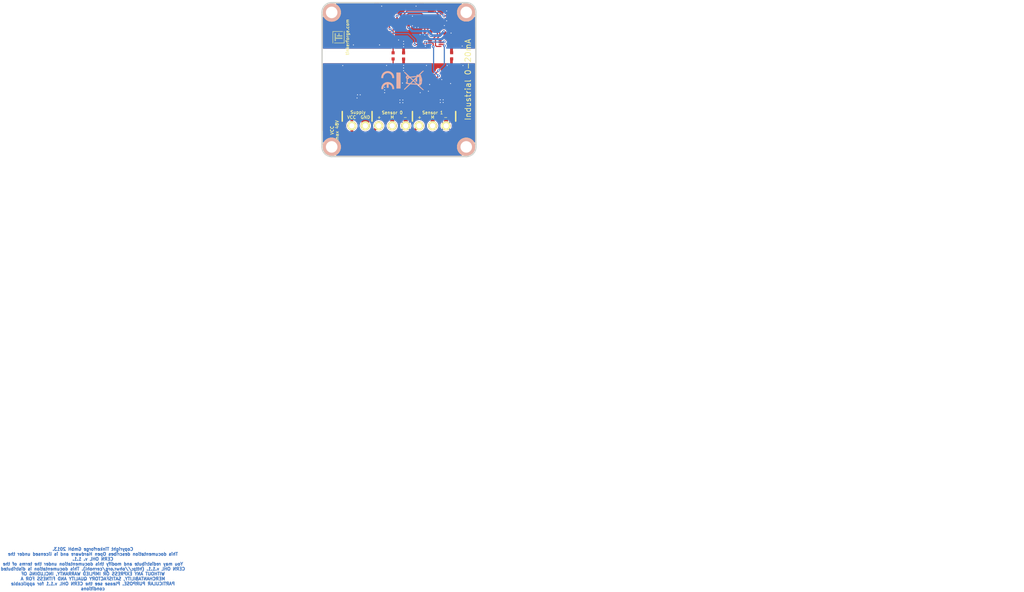
<source format=kicad_pcb>
(kicad_pcb (version 20221018) (generator pcbnew)
  (title_block (title "Industrial Dual 0-20mA Bricklet") (rev "1.0") (company "Tinkerforge GmbH") (comment 1 "Licensed under CERN OHL v.1.1") (comment 2 "Copyright (©) 2013, B.Nordmeyer <bastian@tinkerforge.com>"))
  (layers (0 "F.Cu" signal "Front") (31 "B.Cu" signal "Back") (34 "B.Paste" user) (35 "F.Paste" user) (36 "B.SilkS" user "B.Silkscreen") (37 "F.SilkS" user "F.Silkscreen") (38 "B.Mask" user) (39 "F.Mask" user) (44 "Edge.Cuts" user))
  (net 0 "")
  (net 1 "+3.3VP")
  (net 2 "3V3")
  (net 3 "AGND")
  (net 4 "GND")
  (net 5 "MEASURE")
  (net 6 "SCL")
  (net 7 "SCL2")
  (net 8 "SDA")
  (net 9 "SDA2")
  (net 10 "Net-(C5-Pad2)")
  (net 11 "Net-(C6-Pad2)")
  (net 12 "Net-(P1-Pad6)")
  (net 13 "Net-(P1-Pad7)")
  (net 14 "Net-(P1-Pad8)")
  (net 15 "Net-(P2-Pad2)")
  (net 16 "Net-(P2-Pad4)")
  (net 17 "Net-(P2-Pad7)")
  (net 18 "Net-(D1-Pad2)")
  (net 19 "Net-(P1-Pad1)")
  (net 20 "Net-(P1-Pad9)")
  (net 21 "Net-(P1-Pad10)")
  (net 22 "Net-(U1-Pad7)")
  (net 23 "Net-(U3-Pad10)")
  (footprint "kicad-libraries:Logo_31x31" (layer "F.Cu") (at 100.50018 48.60036 90)
    (fp_text reference "G***" hide)
    (fp_text value "Logo_31x31" hide)
  )
  (footprint "kicad-libraries:Fiducial_Mark" (layer "F.Cu") (at 136.3 44.05)
    (fp_text reference "Fiducial_Mark" hide)
    (fp_text value "VAL**" hide)
    (pad "1" smd circle (at 0 0) (size 1.00076 1.00076) (layers "F.Cu" "F.Paste" "F.Mask") (clearance 0.65024))
  )
  (footprint "kicad-libraries:Fiducial_Mark" (layer "F.Cu") (at 99.2 72.05)
    (fp_text reference "Fiducial_Mark" hide)
    (fp_text value "VAL**" hide)
    (pad "1" smd circle (at 0 0) (size 1.00076 1.00076) (layers "F.Cu" "F.Paste" "F.Mask") (clearance 0.65024))
  )
  (footprint "C0603" (layer "F.Cu") (at 125.30074 45.54982 180)
    (fp_text reference "C1")
    (fp_text value "100nF")
    (pad "1" smd rect (at -0.8001 0 180) (size 0.8001 0.8001) (layers "F.Cu" "F.Paste" "F.Mask") (net 2 "3V3"))
    (pad "2" smd rect (at 0.8001 0 180) (size 0.8001 0.8001) (layers "F.Cu" "F.Paste" "F.Mask") (net 4 "GND"))
  )
  (footprint "C0603" (layer "F.Cu") (at 132.25 54.475 180)
    (fp_text reference "C2")
    (fp_text value "1µF")
    (pad "1" smd rect (at -0.8001 0 180) (size 0.8001 0.8001) (layers "F.Cu" "F.Paste" "F.Mask") (net 3 "AGND"))
    (pad "2" smd rect (at 0.8001 0 180) (size 0.8001 0.8001) (layers "F.Cu" "F.Paste" "F.Mask") (net 1 "+3.3VP"))
  )
  (footprint "C0603" (layer "F.Cu") (at 132.275 49.3)
    (fp_text reference "C3")
    (fp_text value "100nF")
    (pad "1" smd rect (at -0.8001 0) (size 0.8001 0.8001) (layers "F.Cu" "F.Paste" "F.Mask") (net 2 "3V3"))
    (pad "2" smd rect (at 0.8001 0) (size 0.8001 0.8001) (layers "F.Cu" "F.Paste" "F.Mask") (net 4 "GND"))
  )
  (footprint "C0603" (layer "F.Cu") (at 130.2 59.9 90)
    (fp_text reference "C4")
    (fp_text value "100nF")
    (pad "1" smd rect (at -0.8001 0 90) (size 0.8001 0.8001) (layers "F.Cu" "F.Paste" "F.Mask") (net 1 "+3.3VP"))
    (pad "2" smd rect (at 0.8001 0 90) (size 0.8001 0.8001) (layers "F.Cu" "F.Paste" "F.Mask") (net 3 "AGND"))
  )
  (footprint "C0603" (layer "F.Cu") (at 120.25 58.95)
    (fp_text reference "C5")
    (fp_text value "100nF")
    (pad "1" smd rect (at -0.8001 0) (size 0.8001 0.8001) (layers "F.Cu" "F.Paste" "F.Mask") (net 3 "AGND"))
    (pad "2" smd rect (at 0.8001 0) (size 0.8001 0.8001) (layers "F.Cu" "F.Paste" "F.Mask") (net 10 "Net-(C5-Pad2)"))
  )
  (footprint "C0603" (layer "F.Cu") (at 120.35 63.45 90)
    (fp_text reference "C6")
    (fp_text value "100nF")
    (pad "1" smd rect (at -0.8001 0 90) (size 0.8001 0.8001) (layers "F.Cu" "F.Paste" "F.Mask") (net 3 "AGND"))
    (pad "2" smd rect (at 0.8001 0 90) (size 0.8001 0.8001) (layers "F.Cu" "F.Paste" "F.Mask") (net 11 "Net-(C6-Pad2)"))
  )
  (footprint "MiniMelf" (layer "F.Cu") (at 111.45 60.75)
    (fp_text reference "D1")
    (fp_text value "Z12V")
    (pad "1" smd rect (at 1.69926 0) (size 1.19888 1.6002) (layers "F.Cu" "F.Paste" "F.Mask") (net 3 "AGND"))
    (pad "2" smd rect (at -1.69926 0) (size 1.19888 1.6002) (layers "F.Cu" "F.Paste" "F.Mask") (net 18 "Net-(D1-Pad2)"))
  )
  (footprint "C0603" (layer "F.Cu") (at 131.5 51.85 90)
    (fp_text reference "FB1")
    (fp_text value "FB")
    (pad "1" smd rect (at -0.8001 0 90) (size 0.8001 0.8001) (layers "F.Cu" "F.Paste" "F.Mask") (net 1 "+3.3VP"))
    (pad "2" smd rect (at 0.8001 0 90) (size 0.8001 0.8001) (layers "F.Cu" "F.Paste" "F.Mask") (net 2 "3V3"))
  )
  (footprint "C0603" (layer "F.Cu") (at 119 51.9 90)
    (fp_text reference "FB2")
    (fp_text value "FB")
    (pad "1" smd rect (at -0.8001 0 90) (size 0.8001 0.8001) (layers "F.Cu" "F.Paste" "F.Mask") (net 3 "AGND"))
    (pad "2" smd rect (at 0.8001 0 90) (size 0.8001 0.8001) (layers "F.Cu" "F.Paste" "F.Mask") (net 4 "GND"))
  )
  (footprint "CON-SENSOR" (layer "F.Cu") (at 117.80012 38.0492 180)
    (fp_text reference "P1")
    (fp_text value "CON-SENSOR")
    (pad "1" smd rect (at -4.50088 -4.7752 180) (size 0.59944 1.5494) (layers "F.Cu" "F.Paste" "F.Mask") (net 19 "Net-(P1-Pad1)"))
    (pad "2" smd rect (at -3.50012 -4.7752 180) (size 0.59944 1.5494) (layers "F.Cu" "F.Paste" "F.Mask") (net 4 "GND"))
    (pad "3" smd rect (at -2.49936 -4.7752 180) (size 0.59944 1.5494) (layers "F.Cu" "F.Paste" "F.Mask") (net 2 "3V3"))
    (pad "4" smd rect (at -1.50114 -4.7752 180) (size 0.59944 1.5494) (layers "F.Cu" "F.Paste" "F.Mask") (net 6 "SCL"))
    (pad "5" smd rect (at -0.50038 -4.7752 180) (size 0.59944 1.5494) (layers "F.Cu" "F.Paste" "F.Mask") (net 8 "SDA"))
    (pad "6" smd rect (at 0.50038 -4.7752 180) (size 0.59944 1.5494) (layers "F.Cu" "F.Paste" "F.Mask") (net 12 "Net-(P1-Pad6)"))
    (pad "7" smd rect (at 1.50114 -4.7752 180) (size 0.59944 1.5494) (layers "F.Cu" "F.Paste" "F.Mask") (net 13 "Net-(P1-Pad7)"))
    (pad "8" smd rect (at 2.49936 -4.7752 180) (size 0.59944 1.5494) (layers "F.Cu" "F.Paste" "F.Mask") (net 14 "Net-(P1-Pad8)"))
    (pad "9" smd rect (at 3.50012 -4.7752 180) (size 0.59944 1.5494) (layers "F.Cu" "F.Paste" "F.Mask") (net 20 "Net-(P1-Pad9)"))
    (pad "10" smd rect (at 4.50088 -4.7752 180) (size 0.59944 1.5494) (layers "F.Cu" "F.Paste" "F.Mask") (net 21 "Net-(P1-Pad10)"))
    (pad "EP" smd rect (at -5.79882 -0.89916 180) (size 1.19888 1.80086) (layers "F.Cu" "F.Paste" "F.Mask") (net 4 "GND"))
    (pad "EP" smd rect (at 5.79882 -0.89916 180) (size 1.19888 1.80086) (layers "F.Cu" "F.Paste" "F.Mask") (net 4 "GND"))
  )
  (footprint "OQ_8P" (layer "F.Cu") (at 117.80012 70.05066)
    (fp_text reference "P2")
    (fp_text value "P-PWR-8GN")
    (pad "1" thru_hole circle (at -12.25042 0) (size 2.4003 2.4003) (drill 1.39954) (layers "*.Cu" "*.Mask" "F.SilkS") (net 5 "MEASURE"))
    (pad "2" thru_hole circle (at -8.7503 0) (size 2.4003 2.4003) (drill 1.39954) (layers "*.Cu" "*.Mask" "F.SilkS") (net 15 "Net-(P2-Pad2)"))
    (pad "3" thru_hole circle (at -5.25018 0) (size 2.4003 2.4003) (drill 1.39954) (layers "*.Cu" "*.Mask" "F.SilkS") (net 5 "MEASURE"))
    (pad "4" thru_hole circle (at -1.75006 0) (size 2.4003 2.4003) (drill 1.39954) (layers "*.Cu" "*.Mask" "F.SilkS") (net 16 "Net-(P2-Pad4)"))
    (pad "5" thru_hole circle (at 1.75006 0) (size 2.4003 2.4003) (drill 1.39954) (layers "*.Cu" "*.Mask" "F.SilkS") (net 3 "AGND"))
    (pad "6" thru_hole circle (at 5.25018 0) (size 2.4003 2.4003) (drill 1.39954) (layers "*.Cu" "*.Mask" "F.SilkS") (net 5 "MEASURE"))
    (pad "7" thru_hole circle (at 8.7503 0) (size 2.4003 2.4003) (drill 1.39954) (layers "*.Cu" "*.Mask" "F.SilkS") (net 17 "Net-(P2-Pad7)"))
    (pad "8" thru_hole circle (at 12.25042 0) (size 2.4003 2.4003) (drill 1.39954) (layers "*.Cu" "*.Mask" "F.SilkS") (net 3 "AGND"))
  )
  (footprint "SOT23GDS" (layer "F.Cu") (at 108.60024 63.84544)
    (fp_text reference "Q1")
    (fp_text value "FDN5630")
    (pad "D" smd rect (at 0 1.016) (size 0.9144 0.9144) (layers "F.Cu" "F.Paste" "F.Mask") (net 15 "Net-(P2-Pad2)"))
    (pad "G" smd rect (at 0.889 -1.016) (size 0.9144 0.9144) (layers "F.Cu" "F.Paste" "F.Mask") (net 18 "Net-(D1-Pad2)"))
    (pad "S" smd rect (at -0.889 -1.016) (size 0.9144 0.9144) (layers "F.Cu" "F.Paste" "F.Mask") (net 3 "AGND"))
  )
  (footprint "R0603" (layer "F.Cu") (at 117.075 48.975 180)
    (fp_text reference "R1")
    (fp_text value "1k")
    (pad "1" smd rect (at -0.8001 0 180) (size 0.8001 0.8001) (layers "F.Cu" "F.Paste" "F.Mask") (net 4 "GND"))
    (pad "2" smd rect (at 0.8001 0 180) (size 0.8001 0.8001) (layers "F.Cu" "F.Paste" "F.Mask") (net 13 "Net-(P1-Pad7)"))
  )
  (footprint "R0603" (layer "F.Cu") (at 116.275 51.875 90)
    (fp_text reference "R2")
    (fp_text value "6k8")
    (pad "1" smd rect (at -0.8001 0 90) (size 0.8001 0.8001) (layers "F.Cu" "F.Paste" "F.Mask") (net 5 "MEASURE"))
    (pad "2" smd rect (at 0.8001 0 90) (size 0.8001 0.8001) (layers "F.Cu" "F.Paste" "F.Mask") (net 13 "Net-(P1-Pad7)"))
  )
  (footprint "R0603" (layer "F.Cu") (at 123.3 48.125 -90)
    (fp_text reference "R3")
    (fp_text value "10k")
    (pad "1" smd rect (at -0.8001 0 270) (size 0.8001 0.8001) (layers "F.Cu" "F.Paste" "F.Mask") (net 4 "GND"))
    (pad "2" smd rect (at 0.8001 0 270) (size 0.8001 0.8001) (layers "F.Cu" "F.Paste" "F.Mask") (net 14 "Net-(P1-Pad8)"))
  )
  (footprint "R0603" (layer "F.Cu") (at 120.25122 60.39866 180)
    (fp_text reference "R4")
    (fp_text value "1k")
    (pad "1" smd rect (at -0.8001 0 180) (size 0.8001 0.8001) (layers "F.Cu" "F.Paste" "F.Mask") (net 10 "Net-(C5-Pad2)"))
    (pad "2" smd rect (at 0.8001 0 180) (size 0.8001 0.8001) (layers "F.Cu" "F.Paste" "F.Mask") (net 16 "Net-(P2-Pad4)"))
  )
  (footprint "R0603" (layer "F.Cu") (at 121.80062 63.4492 -90)
    (fp_text reference "R5")
    (fp_text value "1k")
    (pad "1" smd rect (at -0.8001 0 270) (size 0.8001 0.8001) (layers "F.Cu" "F.Paste" "F.Mask") (net 11 "Net-(C6-Pad2)"))
    (pad "2" smd rect (at 0.8001 0 270) (size 0.8001 0.8001) (layers "F.Cu" "F.Paste" "F.Mask") (net 17 "Net-(P2-Pad7)"))
  )
  (footprint "R0805" (layer "F.Cu") (at 128.30048 65.0494)
    (fp_text reference "R6")
    (fp_text value "91/25ppm")
    (pad "1" smd rect (at -1.00076 0) (size 1.00076 1.24968) (layers "F.Cu" "F.Paste" "F.Mask") (net 17 "Net-(P2-Pad7)") (clearance 0.14986))
    (pad "2" smd rect (at 1.00076 0) (size 1.00076 1.24968) (layers "F.Cu" "F.Paste" "F.Mask") (net 3 "AGND") (clearance 0.14986))
  )
  (footprint "R0805" (layer "F.Cu") (at 117.80012 65.0494)
    (fp_text reference "R7")
    (fp_text value "91/25ppm")
    (pad "1" smd rect (at -1.00076 0) (size 1.00076 1.24968) (layers "F.Cu" "F.Paste" "F.Mask") (net 16 "Net-(P2-Pad4)") (clearance 0.14986))
    (pad "2" smd rect (at 1.00076 0) (size 1.00076 1.24968) (layers "F.Cu" "F.Paste" "F.Mask") (net 3 "AGND") (clearance 0.14986))
  )
  (footprint "R0603" (layer "F.Cu") (at 107 60.75)
    (fp_text reference "R8")
    (fp_text value "100k")
    (pad "1" smd rect (at -0.8001 0) (size 0.8001 0.8001) (layers "F.Cu" "F.Paste" "F.Mask") (net 5 "MEASURE"))
    (pad "2" smd rect (at 0.8001 0) (size 0.8001 0.8001) (layers "F.Cu" "F.Paste" "F.Mask") (net 18 "Net-(D1-Pad2)"))
  )
  (footprint "SOIC8" (layer "F.Cu") (at 128.80086 42.1005 90)
    (fp_text reference "U1")
    (fp_text value "M24C64")
    (pad "1" smd rect (at -1.90246 2.69748 270) (size 0.59944 1.5494) (layers "F.Cu" "F.Paste" "F.Mask") (net 4 "GND"))
    (pad "2" smd rect (at -0.63246 2.69748 270) (size 0.59944 1.5494) (layers "F.Cu" "F.Paste" "F.Mask") (net 4 "GND"))
    (pad "3" smd rect (at 0.63246 2.69748 270) (size 0.59944 1.5494) (layers "F.Cu" "F.Paste" "F.Mask") (net 12 "Net-(P1-Pad6)"))
    (pad "4" smd rect (at 1.90246 2.69748 270) (size 0.59944 1.5494) (layers "F.Cu" "F.Paste" "F.Mask") (net 4 "GND"))
    (pad "5" smd rect (at 1.90246 -2.69748 90) (size 0.59944 1.5494) (layers "F.Cu" "F.Paste" "F.Mask") (net 8 "SDA"))
    (pad "6" smd rect (at 0.63246 -2.69748 90) (size 0.59944 1.5494) (layers "F.Cu" "F.Paste" "F.Mask") (net 6 "SCL"))
    (pad "7" smd rect (at -0.63246 -2.69748 90) (size 0.59944 1.5494) (layers "F.Cu" "F.Paste" "F.Mask") (net 22 "Net-(U1-Pad7)"))
    (pad "8" smd rect (at -1.90246 -2.69748 90) (size 0.59944 1.5494) (layers "F.Cu" "F.Paste" "F.Mask") (net 2 "3V3"))
  )
  (footprint "VSSOP8" (layer "F.Cu") (at 127.1 48.675 -90)
    (fp_text reference "U2")
    (fp_text value "NC7WB66K8X")
    (pad "1" smd rect (at -0.7493 1.37414 90) (size 0.29972 0.7493) (layers "F.Cu" "F.Paste" "F.Mask") (net 6 "SCL"))
    (pad "2" smd rect (at -0.24892 1.37414 90) (size 0.29972 0.7493) (layers "F.Cu" "F.Paste" "F.Mask") (net 7 "SCL2"))
    (pad "3" smd rect (at 0.24892 1.37414 90) (size 0.29972 0.7493) (layers "F.Cu" "F.Paste" "F.Mask") (net 14 "Net-(P1-Pad8)"))
    (pad "4" smd rect (at 0.7493 1.37414 90) (size 0.29972 0.7493) (layers "F.Cu" "F.Paste" "F.Mask") (net 4 "GND"))
    (pad "5" smd rect (at 0.7493 -1.37414 270) (size 0.29972 0.7493) (layers "F.Cu" "F.Paste" "F.Mask") (net 8 "SDA"))
    (pad "6" smd rect (at 0.24892 -1.37414 270) (size 0.29972 0.7493) (layers "F.Cu" "F.Paste" "F.Mask") (net 9 "SDA2"))
    (pad "7" smd rect (at -0.24892 -1.37414 270) (size 0.29972 0.7493) (layers "F.Cu" "F.Paste" "F.Mask") (net 14 "Net-(P1-Pad8)"))
    (pad "8" smd rect (at -0.7493 -1.37414 270) (size 0.29972 0.7493) (layers "F.Cu" "F.Paste" "F.Mask") (net 2 "3V3"))
  )
  (footprint "MSOP10-0.5" (layer "F.Cu") (at 126.45 59.825 -90)
    (fp_text reference "U3")
    (fp_text value "MCP3423")
    (pad "1" smd rect (at -1.016 2.2225 270) (size 0.26924 1.00076) (layers "F.Cu" "F.Paste" "F.Mask") (net 10 "Net-(C5-Pad2)"))
    (pad "2" smd rect (at -0.508 2.2225 270) (size 0.26924 1.00076) (layers "F.Cu" "F.Paste" "F.Mask") (net 3 "AGND"))
    (pad "3" smd rect (at 0 2.2225 270) (size 0.26924 1.00076) (layers "F.Cu" "F.Paste" "F.Mask") (net 3 "AGND"))
    (pad "4" smd rect (at 0.508 2.2225 270) (size 0.26924 1.00076) (layers "F.Cu" "F.Paste" "F.Mask") (net 11 "Net-(C6-Pad2)"))
    (pad "5" smd rect (at 1.016 2.2225 270) (size 0.26924 1.00076) (layers "F.Cu" "F.Paste" "F.Mask") (net 3 "AGND"))
    (pad "6" smd rect (at 1.016 -2.2225 270) (size 0.26924 1.00076) (layers "F.Cu" "F.Paste" "F.Mask") (net 1 "+3.3VP"))
    (pad "7" smd rect (at 0.508 -2.2225 270) (size 0.26924 1.00076) (layers "F.Cu" "F.Paste" "F.Mask") (net 9 "SDA2"))
    (pad "8" smd rect (at 0 -2.2225 270) (size 0.26924 1.00076) (layers "F.Cu" "F.Paste" "F.Mask") (net 7 "SCL2"))
    (pad "9" smd rect (at -0.508 -2.2225 270) (size 0.26924 1.00076) (layers "F.Cu" "F.Paste" "F.Mask") (net 3 "AGND"))
    (pad "10" smd rect (at -1.016 -2.2225 270) (size 0.26924 1.00076) (layers "F.Cu" "F.Paste" "F.Mask") (net 23 "Net-(U3-Pad10)"))
  )
  (footprint "DRILL_NP" (layer "F.Cu") (at 100.3 75.55)
    (fp_text reference "U4" hide)
    (fp_text value "DRILL" hide)
    (pad "" np_thru_hole circle (at 0 0) (size 2.99974 2.99974) (drill 2.99974) (layers "*.Cu" "*.Mask" "F.SilkS") (clearance 0.89916))
  )
  (footprint "DRILL_NP" (layer "F.Cu") (at 135.3 75.55)
    (fp_text reference "U5" hide)
    (fp_text value "DRILL" hide)
    (pad "" np_thru_hole circle (at 0 0) (size 2.99974 2.99974) (drill 2.99974) (layers "*.Cu" "*.Mask" "F.SilkS") (clearance 0.89916))
  )
  (footprint "DRILL_NP" (layer "F.Cu") (at 135.3 40.55)
    (fp_text reference "U6" hide)
    (fp_text value "DRILL" hide)
    (pad "" np_thru_hole circle (at 0 0) (size 2.99974 2.99974) (drill 2.99974) (layers "*.Cu" "*.Mask" "F.SilkS") (clearance 0.89916))
  )
  (footprint "DRILL_NP" (layer "F.Cu") (at 100.3 40.575)
    (fp_text reference "U7" hide)
    (fp_text value "DRILL" hide)
    (pad "" np_thru_hole circle (at 0 0) (size 2.99974 2.99974) (drill 2.99974) (layers "*.Cu" "*.Mask" "F.SilkS") (clearance 0.89916))
  )
  (footprint "kicad-libraries:CE_5mm" (layer "B.Cu") (at 114.875 58.225 -90)
    (fp_text reference "VAL" hide)
    (fp_text value "CE_5mm" hide)
  )
  (footprint "kicad-libraries:WEEE_7mm" (layer "B.Cu") (at 120.7 58.275 90)
    (fp_text reference "VAL" hide)
    (fp_text value "WEEE_7mm" hide)
  )
  (gr_line (start 110.79988 68.84924) (end 110.79988 66.34988) (stroke (width 0.381)) (layer "F.SilkS"))
  (gr_line (start 103.05034 68.84924) (end 103.05034 66.34988) (stroke (width 0.381)) (layer "F.SilkS"))
  (gr_line (start 132.5499 68.84924) (end 132.5499 66.34988) (stroke (width 0.381)) (layer "F.SilkS"))
  (gr_line (start 121.30024 68.84924) (end 121.30024 66.34988) (stroke (width 0.381)) (layer "F.SilkS"))
  (gr_arc (start 100.29952 78.04912) (mid 98.532206 77.317074) (end 97.80016 75.54976) (stroke (width 0.381)) (layer "Edge.Cuts"))
  (gr_line (start 137.80262 75.54976) (end 137.80262 40.5511) (stroke (width 0.381)) (layer "Edge.Cuts"))
  (gr_arc (start 137.80008 75.54976) (mid 137.06729 77.31887) (end 135.29818 78.05166) (stroke (width 0.381)) (layer "Edge.Cuts"))
  (gr_arc (start 97.80016 40.5511) (mid 98.532206 38.783786) (end 100.29952 38.05174) (stroke (width 0.381)) (layer "Edge.Cuts"))
  (gr_line (start 135.30072 38.0492) (end 100.29952 38.0492) (stroke (width 0.381)) (layer "Edge.Cuts"))
  (gr_arc (start 135.29818 38.0492) (mid 137.06729 38.78199) (end 137.80008 40.5511) (stroke (width 0.381)) (layer "Edge.Cuts"))
  (gr_line (start 100.29952 78.04912) (end 135.30072 78.04912) (stroke (width 0.381)) (layer "Edge.Cuts"))
  (gr_line (start 97.80016 40.5511) (end 97.80016 75.54976) (stroke (width 0.381)) (layer "Edge.Cuts"))
  (gr_text "Copyright Tinkerforge GmbH 2013.\nThis documentation describes Open Hardware and is licensed under the\nCERN OHL v. 1.1.\nYou may redistribute and modify this documentation under the terms of the\nCERN OHL v.1.1. (http://ohwr.org/cernohl). This documentation is distributed\nWITHOUT ANY EXPRESS OR IMPLIED WARRANTY, INCLUDING OF\nMERCHANTABILITY, SATISFACTORY QUALITY AND FITNESS FOR A\nPARTICULAR PURPOSE. Please see the CERN OHL v.1.1 for applicable\nconditions\n" (at 38.2 185.3) (layer "B.Cu") (effects (font (size 0.8 0.8) (thickness 0.2)) (justify mirror)))
  (gr_text "VCC  GND" (at 107.29976 67.84848) (layer "F.SilkS") (effects (font (size 0.8001 0.8001) (thickness 0.14986))))
  (gr_text "VCC\nmax 48V" (at 101.05136 71.24954 90) (layer "F.SilkS") (effects (font (size 0.8001 0.8001) (thickness 0.14986))))
  (gr_text "+    M    -" (at 126.55042 67.84848) (layer "F.SilkS") (effects (font (size 0.8001 0.8001) (thickness 0.14986))))
  (gr_text "+    M    -" (at 116.05006 67.84848) (layer "F.SilkS") (effects (font (size 0.8001 0.8001) (thickness 0.14986))))
  (gr_text "tinkerforge.com" (at 104.39908 47.00016 90) (layer "F.SilkS") (effects (font (size 0.8001 0.8001) (thickness 0.14986))))
  (gr_text "Industrial 0-20mA" (at 135.7503 58.04916 90) (layer "F.SilkS") (effects (font (size 1.50114 1.50114) (thickness 0.20066))))
  (gr_text "Sensor 0" (at 116.05006 66.6496) (layer "F.SilkS") (effects (font (size 0.8001 0.8001) (thickness 0.14986))))
  (gr_text "Sensor 1" (at 126.55042 66.6496) (layer "F.SilkS") (effects (font (size 0.8001 0.8001) (thickness 0.14986))))
  (gr_text "Supply" (at 107.1499 66.548) (layer "F.SilkS") (effects (font (size 0.8001 0.8001) (thickness 0.14986))))
  (segment (start 130.0591 60.841) (end 130.2 60.7001) (width 0.29972) (layer "F.Cu") (net 1))
  (segment (start 131.3749 60.7001) (end 132.025 60.05) (width 0.29972) (layer "F.Cu") (net 1))
  (segment (start 132.025 60.05) (end 132.025 56.25) (width 0.29972) (layer "F.Cu") (net 1))
  (segment (start 132.025 56.25) (end 131.475 55.7) (width 0.29972) (layer "F.Cu") (net 1))
  (segment (start 131.475 55.7) (end 131.475 52.6251) (width 0.29972) (layer "F.Cu") (net 1))
  (segment (start 131.4499 52.6502) (end 131.475 52.6251) (width 0.70104) (layer "F.Cu") (net 1))
  (segment (start 131.4499 54.475) (end 131.4499 52.6502) (width 0.70104) (layer "F.Cu") (net 1))
  (segment (start 130.2 60.7001) (end 131.3749 60.7001) (width 0.29972) (layer "F.Cu") (net 1))
  (segment (start 128.6725 60.841) (end 130.0591 60.841) (width 0.29972) (layer "F.Cu") (net 1))
  (segment (start 128.6742 47.9257) (end 129.7249 46.875) (width 0.29972) (layer "F.Cu") (net 2))
  (segment (start 129.7249 45.8249) (end 129.475 45.575) (width 0.70104) (layer "F.Cu") (net 2))
  (segment (start 131.475 48.825) (end 129.7249 47.0749) (width 0.70104) (layer "F.Cu") (net 2))
  (segment (start 129.7249 47.0749) (end 129.7249 46.875) (width 0.70104) (layer "F.Cu") (net 2))
  (segment (start 131.475 49.3001) (end 131.4749 49.3) (width 0.70104) (layer "F.Cu") (net 2))
  (segment (start 131.475 51.0249) (end 131.475 48.825) (width 0.70104) (layer "F.Cu") (net 2))
  (segment (start 126.10338 44.00296) (end 126.10338 45.54728) (width 0.29972) (layer "F.Cu") (net 2))
  (segment (start 126.10338 45.54728) (end 126.10084 45.54982) (width 0.29972) (layer "F.Cu") (net 2))
  (segment (start 128.47414 47.9257) (end 128.6742 47.9257) (width 0.29972) (layer "F.Cu") (net 2))
  (segment (start 120.29948 44.49826) (end 120.29948 42.8244) (width 0.70104) (layer "F.Cu") (net 2))
  (segment (start 126.10084 46.59884) (end 126.10084 45.54982) (width 0.29972) (layer "F.Cu") (net 2))
  (segment (start 129.7249 46.875) (end 129.7249 45.8249) (width 0.70104) (layer "F.Cu") (net 2))
  (segment (start 131.475 51.0249) (end 131.475 49.3001) (width 0.70104) (layer "F.Cu") (net 2))
  (via (at 126.10084 46.59884) (size 0.70104) (drill 0.24892) (layers "F.Cu" "B.Cu") (net 2))
  (via (at 129.475 45.575) (size 0.70104) (drill 0.24892) (layers "F.Cu" "B.Cu") (net 2))
  (via (at 120.29948 44.49826) (size 0.70104) (drill 0.24892) (layers "F.Cu" "B.Cu") (net 2))
  (segment (start 129.475 45.575) (end 128.45116 46.59884) (width 0.70104) (layer "B.Cu") (net 2))
  (segment (start 128.45116 46.59884) (end 126.10084 46.59884) (width 0.70104) (layer "B.Cu") (net 2))
  (segment (start 126.10084 46.59884) (end 126.10084 46.14926) (width 0.70104) (layer "B.Cu") (net 2))
  (segment (start 125.40234 45.45076) (end 121.25198 45.45076) (width 0.70104) (layer "B.Cu") (net 2))
  (segment (start 121.25198 45.45076) (end 120.29948 44.49826) (width 0.70104) (layer "B.Cu") (net 2))
  (segment (start 126.10084 46.14926) (end 125.40234 45.45076) (width 0.70104) (layer "B.Cu") (net 2))
  (segment (start 129.9829 59.317) (end 130.2 59.0999) (width 0.29972) (layer "F.Cu") (net 3))
  (segment (start 128.6725 58.3025) (end 128.925 58.05) (width 0.29972) (layer "F.Cu") (net 3))
  (segment (start 131.2001 59.0999) (end 131.225 59.075) (width 0.29972) (layer "F.Cu") (net 3))
  (segment (start 125.767 59.317) (end 125.775 59.325) (width 0.29972) (layer "F.Cu") (net 3))
  (segment (start 125.216 60.841) (end 125.45 61.075) (width 0.29972) (layer "F.Cu") (net 3))
  (segment (start 123.083 59.317) (end 122.85 59.55) (width 0.29972) (layer "F.Cu") (net 3))
  (segment (start 123.934 60.841) (end 123.325 61.45) (width 0.29972) (layer "F.Cu") (net 3))
  (segment (start 118.04904 63.35096) (end 118.05 63.35) (width 0.70104) (layer "F.Cu") (net 3))
  (segment (start 118.80088 63.35088) (end 118.8 63.35) (width 0.70104) (layer "F.Cu") (net 3))
  (segment (start 129.30124 63.30124) (end 129.3 63.3) (width 0.70104) (layer "F.Cu") (net 3))
  (segment (start 128.5494 63.3006) (end 128.55 63.3) (width 0.70104) (layer "F.Cu") (net 3))
  (segment (start 124.9 54.325) (end 124.95 54.375) (width 0.29972) (layer "F.Cu") (net 3))
  (segment (start 130.325 54.375) (end 130.35 54.4) (width 0.29972) (layer "F.Cu") (net 3))
  (segment (start 107.71124 62.01376) (end 107.725 62) (width 0.70104) (layer "F.Cu") (net 3))
  (segment (start 106.90444 62.82944) (end 106.9 62.825) (width 0.70104) (layer "F.Cu") (net 3))
  (segment (start 133.1251 54.4) (end 133.0501 54.475) (width 0.70104) (layer "F.Cu") (net 3))
  (segment (start 130.8 58.05) (end 131.225 58.475) (width 0.14986) (layer "F.Cu") (net 3))
  (segment (start 131.225 58.475) (end 131.225 59.075) (width 0.14986) (layer "F.Cu") (net 3))
  (segment (start 120.35028 64.2493) (end 119.60098 64.2493) (width 0.70104) (layer "F.Cu") (net 3))
  (segment (start 124.2275 59.317) (end 123.083 59.317) (width 0.29972) (layer "F.Cu") (net 3))
  (segment (start 114.075 60.75) (end 114.075 61.45) (width 0.70104) (layer "F.Cu") (net 3))
  (segment (start 119.55018 65.7987) (end 118.80088 65.0494) (width 1.00076) (layer "F.Cu") (net 3))
  (segment (start 130.05054 70.05066) (end 130.05054 65.7987) (width 1.00076) (layer "F.Cu") (net 3))
  (segment (start 134.45 54.4) (end 133.1251 54.4) (width 0.70104) (layer "F.Cu") (net 3))
  (segment (start 114.075 60.05) (end 114.075 60.75) (width 0.70104) (layer "F.Cu") (net 3))
  (segment (start 129.30124 64.00038) (end 129.30124 63.30124) (width 0.70104) (layer "F.Cu") (net 3))
  (segment (start 106.90444 62.82944) (end 107.71124 62.82944) (width 0.70104) (layer "F.Cu") (net 3))
  (segment (start 130.05054 65.7987) (end 129.30124 65.0494) (width 1.00076) (layer "F.Cu") (net 3))
  (segment (start 124.2275 60.841) (end 125.216 60.841) (width 0.29972) (layer "F.Cu") (net 3))
  (segment (start 119 55.025) (end 119 54.325) (width 0.70104) (layer "F.Cu") (net 3))
  (segment (start 128.5494 64.00038) (end 129.30124 64.00038) (width 0.70104) (layer "F.Cu") (net 3))
  (segment (start 124.95 54.375) (end 130.325 54.375) (width 0.29972) (layer "F.Cu") (net 3))
  (segment (start 131.2001 59.0999) (end 130.2 59.0999) (width 0.29972) (layer "F.Cu") (net 3))
  (segment (start 124.2275 60.841) (end 123.934 60.841) (width 0.29972) (layer "F.Cu") (net 3))
  (segment (start 107.71124 62.01376) (end 107.71124 62.82944) (width 0.70104) (layer "F.Cu") (net 3))
  (segment (start 119 55.725) (end 119 55.025) (width 0.70104) (layer "F.Cu") (net 3))
  (segment (start 129.30124 65.0494) (end 129.30124 64.00038) (width 0.70104) (layer "F.Cu") (net 3))
  (segment (start 128.5494 64.00038) (end 128.5494 63.3006) (width 0.70104) (layer "F.Cu") (net 3))
  (segment (start 128.6725 59.317) (end 129.9829 59.317) (width 0.29972) (layer "F.Cu") (net 3))
  (segment (start 118.80088 64.04864) (end 118.04904 64.04864) (width 0.70104) (layer "F.Cu") (net 3))
  (segment (start 124.9 54.325) (end 119 54.325) (width 0.29972) (layer "F.Cu") (net 3))
  (segment (start 124.2275 59.317) (end 125.767 59.317) (width 0.29972) (layer "F.Cu") (net 3))
  (segment (start 124.2275 59.825) (end 124.2275 59.317) (width 0.29972) (layer "F.Cu") (net 3))
  (segment (start 107.025 62) (end 107.725 62) (width 0.70104) (layer "F.Cu") (net 3))
  (segment (start 119.60098 64.2493) (end 118.80088 65.0494) (width 0.70104) (layer "F.Cu") (net 3))
  (segment (start 118.80088 64.04864) (end 118.80088 63.35088) (width 0.70104) (layer "F.Cu") (net 3))
  (segment (start 118.04904 64.04864) (end 118.04904 63.35096) (width 0.70104) (layer "F.Cu") (net 3))
  (segment (start 119.55018 70.05066) (end 119.55018 65.7987) (width 1.00076) (layer "F.Cu") (net 3))
  (segment (start 114.075 60.75) (end 113.12426 60.75) (width 0.70104) (layer "F.Cu") (net 3))
  (segment (start 118.80088 65.0494) (end 118.80088 64.04864) (width 0.70104) (layer "F.Cu") (net 3))
  (segment (start 119 54.325) (end 119 52.6751) (width 0.70104) (layer "F.Cu") (net 3))
  (segment (start 119.4499 58.95) (end 118.7 58.95) (width 0.70104) (layer "F.Cu") (net 3))
  (segment (start 128.925 58.05) (end 130.8 58.05) (width 0.14986) (layer "F.Cu") (net 3))
  (via (at 130.35 54.4) (size 0.70104) (drill 0.24892) (layers "F.Cu" "B.Cu") (net 3))
  (via (at 125.775 59.325) (size 0.70104) (drill 0.24892) (layers "F.Cu" "B.Cu") (net 3))
  (via (at 114.575 54.375) (size 0.70104) (drill 0.24892) (layers "F.Cu" "B.Cu") (net 3))
  (via (at 128.55 63.3) (size 0.70104) (drill 0.24892) (layers "F.Cu" "B.Cu") (net 3))
  (via (at 118.80088 64.04864) (size 0.70104) (drill 0.24892) (layers "F.Cu" "B.Cu") (net 3))
  (via (at 119 54.325) (size 0.70104) (drill 0.24892) (layers "F.Cu" "B.Cu") (net 3))
  (via (at 129.30124 64.00038) (size 0.70104) (drill 0.24892) (layers "F.Cu" "B.Cu") (net 3))
  (via (at 114.075 61.45) (size 0.70104) (drill 0.24892) (layers "F.Cu" "B.Cu") (net 3))
  (via (at 119 55.025) (size 0.70104) (drill 0.24892) (layers "F.Cu" "B.Cu") (net 3))
  (via (at 114.075 60.75) (size 0.70104) (drill 0.24892) (layers "F.Cu" "B.Cu") (net 3))
  (via (at 107.725 62) (size 0.70104) (drill 0.24892) (layers "F.Cu" "B.Cu") (net 3))
  (via (at 131.225 59.075) (size 0.70104) (drill 0.24892) (layers "F.Cu" "B.Cu") (net 3))
  (via (at 103.175 54.4) (size 0.70104) (drill 0.24892) (layers "F.Cu" "B.Cu") (net 3))
  (via (at 118.05 63.35) (size 0.70104) (drill 0.24892) (layers "F.Cu" "B.Cu") (net 3))
  (via (at 119 55.725) (size 0.70104) (drill 0.24892) (layers "F.Cu" "B.Cu") (net 3))
  (via (at 122.85 59.55) (size 0.70104) (drill 0.24892) (layers "F.Cu" "B.Cu") (net 3))
  (via (at 106.9 62.825) (size 0.70104) (drill 0.24892) (layers "F.Cu" "B.Cu") (net 3))
  (via (at 123.325 61.45) (size 0.70104) (drill 0.24892) (layers "F.Cu" "B.Cu") (net 3))
  (via (at 114.075 60.05) (size 0.70104) (drill 0.24892) (layers "F.Cu" "B.Cu") (net 3))
  (via (at 118.8 63.35) (size 0.70104) (drill 0.24892) (layers "F.Cu" "B.Cu") (net 3))
  (via (at 107.025 62) (size 0.70104) (drill 0.24892) (layers "F.Cu" "B.Cu") (net 3))
  (via (at 129.3 63.3) (size 0.70104) (drill 0.24892) (layers "F.Cu" "B.Cu") (net 3))
  (via (at 125.45 61.075) (size 0.70104) (drill 0.24892) (layers "F.Cu" "B.Cu") (net 3))
  (via (at 118.04904 64.04864) (size 0.70104) (drill 0.24892) (layers "F.Cu" "B.Cu") (net 3))
  (via (at 124.95 54.375) (size 0.70104) (drill 0.24892) (layers "F.Cu" "B.Cu") (net 3))
  (via (at 134.45 54.4) (size 0.70104) (drill 0.24892) (layers "F.Cu" "B.Cu") (net 3))
  (via (at 118.7 58.95) (size 0.70104) (drill 0.24892) (layers "F.Cu" "B.Cu") (net 3))
  (via (at 128.925 58.05) (size 0.70104) (drill 0.24892) (layers "F.Cu" "B.Cu") (net 3))
  (via (at 128.5494 64.00038) (size 0.70104) (drill 0.24892) (layers "F.Cu" "B.Cu") (net 3))
  (segment (start 118.80088 64.04864) (end 118.8 64.04952) (width 0.70104) (layer "B.Cu") (net 3))
  (segment (start 118.8 64.04952) (end 118.8 64.05) (width 0.70104) (layer "B.Cu") (net 3))
  (segment (start 129.30124 64.00038) (end 129.30086 64) (width 0.70104) (layer "B.Cu") (net 3))
  (segment (start 129.30086 64) (end 129.3 64) (width 0.70104) (layer "B.Cu") (net 3))
  (segment (start 114.625 54.325) (end 114.575 54.375) (width 0.29972) (layer "B.Cu") (net 3))
  (segment (start 103.2 54.375) (end 103.175 54.4) (width 0.29972) (layer "B.Cu") (net 3))
  (segment (start 115.175 58.95) (end 114.075 60.05) (width 0.29972) (layer "B.Cu") (net 3))
  (segment (start 121.2 61.45) (end 118.7 58.95) (width 0.29972) (layer "B.Cu") (net 3))
  (segment (start 128.55 58.425) (end 128.925 58.05) (width 0.29972) (layer "B.Cu") (net 3))
  (segment (start 130.35 56.625) (end 128.925 58.05) (width 0.29972) (layer "B.Cu") (net 3))
  (segment (start 112.7 62.825) (end 114.075 61.45) (width 0.50038) (layer "B.Cu") (net 3))
  (segment (start 118.8 59.05) (end 118.7 58.95) (width 0.50038) (layer "B.Cu") (net 3))
  (segment (start 127.425 59.55) (end 128.925 58.05) (width 0.50038) (layer "B.Cu") (net 3))
  (segment (start 123.325 61.45) (end 121.2 61.45) (width 0.29972) (layer "B.Cu") (net 3))
  (segment (start 118.7 58.95) (end 115.175 58.95) (width 0.29972) (layer "B.Cu") (net 3))
  (segment (start 130.35 54.4) (end 130.35 56.625) (width 0.29972) (layer "B.Cu") (net 3))
  (segment (start 128.55 63.3) (end 128.55 58.425) (width 0.29972) (layer "B.Cu") (net 3))
  (segment (start 119 54.325) (end 114.625 54.325) (width 0.29972) (layer "B.Cu") (net 3))
  (segment (start 114.575 54.375) (end 103.2 54.375) (width 0.29972) (layer "B.Cu") (net 3))
  (segment (start 118.8 63.35) (end 118.8 59.05) (width 0.50038) (layer "B.Cu") (net 3))
  (segment (start 130.35 54.4) (end 134.45 54.4) (width 0.29972) (layer "B.Cu") (net 3))
  (segment (start 122.85 59.55) (end 127.425 59.55) (width 0.50038) (layer "B.Cu") (net 3))
  (segment (start 106.9 62.825) (end 112.7 62.825) (width 0.50038) (layer "B.Cu") (net 3))
  (segment (start 124.50064 46.47436) (end 124.5 46.475) (width 0.29972) (layer "F.Cu") (net 4))
  (segment (start 131.3251 45.9749) (end 131.35 45.95) (width 0.29972) (layer "F.Cu") (net 4))
  (segment (start 131.85 46.875) (end 134.25 49.275) (width 0.29972) (layer "F.Cu") (net 4))
  (segment (start 134.25 49.275) (end 134.25 49.325) (width 0.29972) (layer "F.Cu") (net 4))
  (segment (start 118.0501 48.8) (end 117.8751 48.975) (width 0.29972) (layer "F.Cu") (net 4))
  (segment (start 117.8751 47.9251) (end 117.7 47.75) (width 0.29972) (layer "F.Cu") (net 4))
  (segment (start 124.6993 49.4243) (end 124.675 49.4) (width 0.29972) (layer "F.Cu") (net 4))
  (segment (start 123.3 44.99688) (end 122.80138 44.49826) (width 0.29972) (layer "F.Cu") (net 4))
  (segment (start 133.1251 49.325) (end 133.1001 49.3) (width 0.70104) (layer "F.Cu") (net 4))
  (segment (start 130.21564 42.73296) (end 131.49834 42.73296) (width 0.29972) (layer "F.Cu") (net 4))
  (segment (start 113.29924 38.94836) (end 112.0013 38.94836) (width 0.70104) (layer "F.Cu") (net 4))
  (segment (start 119 48.8) (end 119 49.5) (width 0.70104) (layer "F.Cu") (net 4))
  (segment (start 119 48.8) (end 118.0501 48.8) (width 0.29972) (layer "F.Cu") (net 4))
  (segment (start 124.50064 46.47436) (end 124.50064 45.54982) (width 0.29972) (layer "F.Cu") (net 4))
  (segment (start 131.3251 46.875) (end 131.3251 45.9749) (width 0.29972) (layer "F.Cu") (net 4))
  (segment (start 129.60604 44.00296) (end 129.60096 43.99788) (width 0.29972) (layer "F.Cu") (net 4))
  (segment (start 121.69902 44.49826) (end 122.04954 44.49826) (width 0.70104) (layer "F.Cu") (net 4))
  (segment (start 119 49.5) (end 119 51.0749) (width 0.70104) (layer "F.Cu") (net 4))
  (segment (start 121.30024 41.54932) (end 121.30024 41.5036) (width 0.70104) (layer "F.Cu") (net 4))
  (segment (start 121.30024 44.04868) (end 121.30024 42.8244) (width 0.70104) (layer "F.Cu") (net 4))
  (segment (start 130.21564 42.73296) (end 130.2004 42.7482) (width 0.29972) (layer "F.Cu") (net 4))
  (segment (start 123.59894 38.94836) (end 122.2502 38.94836) (width 0.70104) (layer "F.Cu") (net 4))
  (segment (start 121.30024 44.04868) (end 121.30024 44.09948) (width 0.70104) (layer "F.Cu") (net 4))
  (segment (start 125.72586 49.4243) (end 124.6993 49.4243) (width 0.29972) (layer "F.Cu") (net 4))
  (segment (start 121.30024 42.8244) (end 121.30024 41.5036) (width 0.70104) (layer "F.Cu") (net 4))
  (segment (start 131.3251 46.875) (end 131.85 46.875) (width 0.29972) (layer "F.Cu") (net 4))
  (segment (start 131.49834 44.00296) (end 129.60604 44.00296) (width 0.29972) (layer "F.Cu") (net 4))
  (segment (start 119 48.1) (end 119 48.8) (width 0.70104) (layer "F.Cu") (net 4))
  (segment (start 121.30024 41.5036) (end 121.30024 41.54932) (width 0.70104) (layer "F.Cu") (net 4))
  (segment (start 122.80138 44.49826) (end 122.04954 44.49826) (width 0.70104) (layer "F.Cu") (net 4))
  (segment (start 123.3 46.35) (end 123.3 44.99688) (width 0.29972) (layer "F.Cu") (net 4))
  (segment (start 123.3 47.3249) (end 123.3 46.35) (width 0.29972) (layer "F.Cu") (net 4))
  (segment (start 117.8751 47.9251) (end 117.8751 48.975) (width 0.29972) (layer "F.Cu") (net 4))
  (segment (start 121.30024 44.09948) (end 121.69902 44.49826) (width 0.70104) (layer "F.Cu") (net 4))
  (segment (start 134.25 49.325) (end 133.1251 49.325) (width 0.70104) (layer "F.Cu") (net 4))
  (segment (start 130.2004 40.19804) (end 131.49834 40.19804) (width 0.29972) (layer "F.Cu") (net 4))
  (via (at 129.60096 43.99788) (size 0.70104) (drill 0.24892) (layers "F.Cu" "B.Cu") (net 4))
  (via (at 124.675 49.4) (size 0.70104) (drill 0.24892) (layers "F.Cu" "B.Cu") (net 4))
  (via (at 130.2004 42.7482) (size 0.70104) (drill 0.24892) (layers "F.Cu" "B.Cu") (net 4))
  (via (at 113.29924 38.94836) (size 0.70104) (drill 0.24892) (layers "F.Cu" "B.Cu") (net 4))
  (via (at 122.2502 38.94836) (size 0.70104) (drill 0.24892) (layers "F.Cu" "B.Cu") (net 4))
  (via (at 112.75 49.025) (size 0.70104) (drill 0.24892) (layers "F.Cu" "B.Cu") (net 4))
  (via (at 119 48.1) (size 0.70104) (drill 0.24892) (layers "F.Cu" "B.Cu") (net 4))
  (via (at 124.5 46.475) (size 0.70104) (drill 0.24892) (layers "F.Cu" "B.Cu") (net 4))
  (via (at 123.3 46.35) (size 0.70104) (drill 0.24892) (layers "F.Cu" "B.Cu") (net 4))
  (via (at 134.25 49.325) (size 0.70104) (drill 0.24892) (layers "F.Cu" "B.Cu") (net 4))
  (via (at 130.2004 40.19804) (size 0.70104) (drill 0.24892) (layers "F.Cu" "B.Cu") (net 4))
  (via (at 119 49.5) (size 0.70104) (drill 0.24892) (layers "F.Cu" "B.Cu") (net 4))
  (via (at 122.04954 44.49826) (size 0.70104) (drill 0.24892) (layers "F.Cu" "B.Cu") (net 4))
  (via (at 122.80138 44.49826) (size 0.70104) (drill 0.24892) (layers "F.Cu" "B.Cu") (net 4))
  (via (at 131.35 45.95) (size 0.70104) (drill 0.24892) (layers "F.Cu" "B.Cu") (net 4))
  (via (at 121.30024 41.54932) (size 0.70104) (drill 0.24892) (layers "F.Cu" "B.Cu") (net 4))
  (via (at 105.95 49.025) (size 0.70104) (drill 0.24892) (layers "F.Cu" "B.Cu") (net 4))
  (via (at 117.7 47.75) (size 0.70104) (drill 0.24892) (layers "F.Cu" "B.Cu") (net 4))
  (via (at 119 48.8) (size 0.70104) (drill 0.24892) (layers "F.Cu" "B.Cu") (net 4))
  (via (at 121.30024 44.04868) (size 0.70104) (drill 0.24892) (layers "F.Cu" "B.Cu") (net 4))
  (segment (start 126.92432 41.54932) (end 129.37288 43.99788) (width 0.50038) (layer "B.Cu") (net 4))
  (segment (start 129.37288 43.99788) (end 129.60096 43.99788) (width 0.50038) (layer "B.Cu") (net 4))
  (segment (start 114.025 47.75) (end 112.75 49.025) (width 0.29972) (layer "B.Cu") (net 4))
  (segment (start 124.375 46.35) (end 124.5 46.475) (width 0.50038) (layer "B.Cu") (net 4))
  (segment (start 129.60096 43.99788) (end 131.35 45.74692) (width 0.50038) (layer "B.Cu") (net 4))
  (segment (start 112.75 43) (end 114.05095 41.69905) (width 0.50038) (layer "B.Cu") (net 4))
  (segment (start 114.05095 41.69905) (end 113.29924 40.94734) (width 0.70104) (layer "B.Cu") (net 4))
  (segment (start 124.675 49.4) (end 123.3 48.025) (width 0.29972) (layer "B.Cu") (net 4))
  (segment (start 123.3 48.025) (end 123.3 46.35) (width 0.29972) (layer "B.Cu") (net 4))
  (segment (start 117.7 47.75) (end 114.025 47.75) (width 0.29972) (layer "B.Cu") (net 4))
  (segment (start 112.75 49.025) (end 112.75 43) (width 0.50038) (layer "B.Cu") (net 4))
  (segment (start 122.2502 38.94836) (end 128.95072 38.94836) (width 0.70104) (layer "B.Cu") (net 4))
  (segment (start 117.5512 42.89806) (end 115.24996 42.89806) (width 0.70104) (layer "B.Cu") (net 4))
  (segment (start 130.2004 42.7482) (end 130.2004 40.19804) (width 0.29972) (layer "B.Cu") (net 4))
  (segment (start 131.35 45.95) (end 131.35 45.74692) (width 0.50038) (layer "B.Cu") (net 4))
  (segment (start 105.95 49.025) (end 112.75 49.025) (width 0.29972) (layer "B.Cu") (net 4))
  (segment (start 115.24996 42.89806) (end 114.05095 41.69905) (width 0.70104) (layer "B.Cu") (net 4))
  (segment (start 118.85168 42.89806) (end 117.5512 42.89806) (width 0.70104) (layer "B.Cu") (net 4))
  (segment (start 129.60096 43.99788) (end 129.60096 43.34764) (width 0.29972) (layer "B.Cu") (net 4))
  (segment (start 129.60096 43.34764) (end 130.2004 42.7482) (width 0.29972) (layer "B.Cu") (net 4))
  (segment (start 123.3 46.35) (end 124.375 46.35) (width 0.50038) (layer "B.Cu") (net 4))
  (segment (start 121.30024 41.54932) (end 120.20042 41.54932) (width 0.70104) (layer "B.Cu") (net 4))
  (segment (start 121.30024 41.54932) (end 126.92432 41.54932) (width 0.50038) (layer "B.Cu") (net 4))
  (segment (start 128.95072 38.94836) (end 130.2004 40.19804) (width 0.70104) (layer "B.Cu") (net 4))
  (segment (start 113.29924 40.94734) (end 113.29924 38.94836) (width 0.70104) (layer "B.Cu") (net 4))
  (segment (start 122.2502 38.94836) (end 113.29924 38.94836) (width 0.70104) (layer "B.Cu") (net 4))
  (segment (start 120.20042 41.54932) (end 118.85168 42.89806) (width 0.70104) (layer "B.Cu") (net 4))
  (segment (start 116.275 54.925) (end 115 56.2) (width 0.29972) (layer "F.Cu") (net 5))
  (segment (start 115 56.2) (end 108.65 56.2) (width 0.29972) (layer "F.Cu") (net 5))
  (segment (start 108.65 56.2) (end 106.1999 58.6501) (width 0.29972) (layer "F.Cu") (net 5))
  (segment (start 106.1999 58.6501) (end 106.1999 60.75) (width 0.29972) (layer "F.Cu") (net 5))
  (segment (start 105.5497 71.5997) (end 106.45 72.5) (width 0.70104) (layer "F.Cu") (net 5))
  (segment (start 106.45 72.5) (end 110.1006 72.5) (width 0.70104) (layer "F.Cu") (net 5))
  (segment (start 110.1006 72.5) (end 112.54994 70.05066) (width 0.70104) (layer "F.Cu") (net 5))
  (segment (start 120.60096 72.5) (end 123.0503 70.05066) (width 0.70104) (layer "F.Cu") (net 5))
  (segment (start 105.5497 61.4002) (end 106.1999 60.75) (width 0.70104) (layer "F.Cu") (net 5))
  (segment (start 105.5497 70.05066) (end 105.5497 71.5997) (width 0.70104) (layer "F.Cu") (net 5))
  (segment (start 105.5497 70.05066) (end 105.5497 61.4002) (width 0.70104) (layer "F.Cu") (net 5))
  (segment (start 110.1006 72.5) (end 120.60096 72.5) (width 0.70104) (layer "F.Cu") (net 5))
  (segment (start 116.275 52.6751) (end 116.275 54.925) (width 0.29972) (layer "F.Cu") (net 5))
  (segment (start 126.1993 47.9257) (end 127.8001 46.3249) (width 0.29972) (layer "F.Cu") (net 6))
  (segment (start 127.8001 46.3249) (end 127.8001 45.9486) (width 0.29972) (layer "F.Cu") (net 6))
  (segment (start 120.29948 40.84828) (end 119.30126 41.8465) (width 0.29972) (layer "F.Cu") (net 6))
  (segment (start 125.72586 47.9257) (end 126.1993 47.9257) (width 0.29972) (layer "F.Cu") (net 6))
  (segment (start 124.2695 41.46804) (end 123.64974 40.84828) (width 0.29972) (layer "F.Cu") (net 6))
  (segment (start 127.8001 45.9486) (end 127.8001 42.34942) (width 0.29972) (layer "F.Cu") (net 6))
  (segment (start 126.91872 41.46804) (end 126.10338 41.46804) (width 0.29972) (layer "F.Cu") (net 6))
  (segment (start 126.10338 41.46804) (end 124.2695 41.46804) (width 0.29972) (layer "F.Cu") (net 6))
  (segment (start 119.30126 41.8465) (end 119.30126 42.8244) (width 0.29972) (layer "F.Cu") (net 6))
  (segment (start 127.8001 42.34942) (end 126.91872 41.46804) (width 0.29972) (layer "F.Cu") (net 6))
  (segment (start 123.64974 40.84828) (end 120.29948 40.84828) (width 0.29972) (layer "F.Cu") (net 6))
  (segment (start 127.875 59.825) (end 127.65 59.6) (width 0.29972) (layer "F.Cu") (net 7))
  (segment (start 127.65 59.6) (end 127.65 57.5) (width 0.29972) (layer "F.Cu") (net 7))
  (segment (start 127.65 57.5) (end 128.075 57.075) (width 0.29972) (layer "F.Cu") (net 7))
  (segment (start 126.7 49.5) (end 126.7 48.7) (width 0.29972) (layer "F.Cu") (net 7))
  (segment (start 126.7 48.7) (end 126.42608 48.42608) (width 0.29972) (layer "F.Cu") (net 7))
  (segment (start 126.42608 48.42608) (end 125.72586 48.42608) (width 0.29972) (layer "F.Cu") (net 7))
  (segment (start 128.6725 59.825) (end 127.875 59.825) (width 0.29972) (layer "F.Cu") (net 7))
  (via (at 126.7 49.5) (size 0.70104) (drill 0.24892) (layers "F.Cu" "B.Cu") (net 7))
  (via (at 128.075 57.075) (size 0.70104) (drill 0.24892) (layers "F.Cu" "B.Cu") (net 7))
  (segment (start 128.075 57.075) (end 126.8 55.8) (width 0.29972) (layer "B.Cu") (net 7))
  (segment (start 126.8 55.8) (end 126.8 49.6) (width 0.29972) (layer "B.Cu") (net 7))
  (segment (start 126.8 49.6) (end 126.7 49.5) (width 0.29972) (layer "B.Cu") (net 7))
  (segment (start 128.39954 46.67546) (end 127.3 47.775) (width 0.29972) (layer "F.Cu") (net 8))
  (segment (start 127.3 47.775) (end 127.3 49.175) (width 0.29972) (layer "F.Cu") (net 8))
  (segment (start 127.3 49.175) (end 127.5493 49.4243) (width 0.29972) (layer "F.Cu") (net 8))
  (segment (start 127.5493 49.4243) (end 128.47414 49.4243) (width 0.29972) (layer "F.Cu") (net 8))
  (segment (start 126.10338 40.19804) (end 127.09906 40.19804) (width 0.29972) (layer "F.Cu") (net 8))
  (segment (start 126.10338 40.19804) (end 119.9515 40.19804) (width 0.29972) (layer "F.Cu") (net 8))
  (segment (start 128.39954 41.49852) (end 127.09906 40.19804) (width 0.29972) (layer "F.Cu") (net 8))
  (segment (start 128.39954 46.49978) (end 128.39954 46.67546) (width 0.29972) (layer "F.Cu") (net 8))
  (segment (start 119.9515 40.19804) (end 118.3005 41.84904) (width 0.29972) (layer "F.Cu") (net 8))
  (segment (start 118.3005 41.84904) (end 118.3005 42.8244) (width 0.29972) (layer "F.Cu") (net 8))
  (segment (start 128.39954 46.49978) (end 128.39954 41.49852) (width 0.29972) (layer "F.Cu") (net 8))
  (segment (start 127.408 60.333) (end 127.075 60) (width 0.29972) (layer "F.Cu") (net 9))
  (segment (start 127.075 60) (end 127.075 56.7) (width 0.29972) (layer "F.Cu") (net 9))
  (segment (start 127.075 56.7) (end 128.025 55.75) (width 0.29972) (layer "F.Cu") (net 9))
  (segment (start 129.6 49.25) (end 129.27392 48.92392) (width 0.29972) (layer "F.Cu") (net 9))
  (segment (start 129.27392 48.92392) (end 128.47414 48.92392) (width 0.29972) (layer "F.Cu") (net 9))
  (segment (start 128.6725 60.333) (end 127.408 60.333) (width 0.29972) (layer "F.Cu") (net 9))
  (via (at 128.025 55.75) (size 0.70104) (drill 0.24892) (layers "F.Cu" "B.Cu") (net 9))
  (via (at 129.6 49.25) (size 0.70104) (drill 0.24892) (layers "F.Cu" "B.Cu") (net 9))
  (segment (start 128.025 55.75) (end 129.6 54.175) (width 0.29972) (layer "B.Cu") (net 9))
  (segment (start 129.6 54.175) (end 129.6 49.25) (width 0.29972) (layer "B.Cu") (net 9))
  (segment (start 121.1911 58.809) (end 121.0501 58.95) (width 0.29972) (layer "F.Cu") (net 10))
  (segment (start 121.05132 60.39866) (end 121.05132 58.94832) (width 0.70104) (layer "F.Cu") (net 10))
  (segment (start 124.2275 58.809) (end 121.1911 58.809) (width 0.29972) (layer "F.Cu") (net 10))
  (segment (start 123.317 60.333) (end 121.80062 61.84938) (width 0.29972) (layer "F.Cu") (net 11))
  (segment (start 121.80062 61.84938) (end 121.80062 62.6491) (width 0.29972) (layer "F.Cu") (net 11))
  (segment (start 124.2275 60.333) (end 123.317 60.333) (width 0.29972) (layer "F.Cu") (net 11))
  (segment (start 121.80062 62.6491) (end 120.35028 62.6491) (width 0.70104) (layer "F.Cu") (net 11))
  (segment (start 117.29974 41.54932) (end 117.29974 42.8244) (width 0.29972) (layer "F.Cu") (net 12))
  (segment (start 129.52984 41.46804) (end 129.49936 41.49852) (width 0.29972) (layer "F.Cu") (net 12))
  (segment (start 131.49834 41.46804) (end 129.52984 41.46804) (width 0.29972) (layer "F.Cu") (net 12))
  (via (at 117.29974 41.54932) (size 0.70104) (drill 0.24892) (layers "F.Cu" "B.Cu") (net 12))
  (via (at 129.49936 41.49852) (size 0.70104) (drill 0.24892) (layers "F.Cu" "B.Cu") (net 12))
  (segment (start 129.49936 41.49852) (end 128.6002 40.59936) (width 0.29972) (layer "B.Cu") (net 12))
  (segment (start 128.6002 40.59936) (end 118.2497 40.59936) (width 0.29972) (layer "B.Cu") (net 12))
  (segment (start 118.2497 40.59936) (end 117.29974 41.54932) (width 0.29972) (layer "B.Cu") (net 12))
  (segment (start 116.275 48.9751) (end 116.2749 48.975) (width 0.29972) (layer "F.Cu") (net 13))
  (segment (start 116.2749 42.84848) (end 116.29898 42.8244) (width 0.29972) (layer "F.Cu") (net 13))
  (segment (start 116.275 51.0749) (end 116.275 48.9751) (width 0.29972) (layer "F.Cu") (net 13))
  (segment (start 116.2749 48.975) (end 116.2749 42.84848) (width 0.29972) (layer "F.Cu") (net 13))
  (segment (start 129.37392 48.42608) (end 129.575 48.225) (width 0.29972) (layer "F.Cu") (net 14))
  (segment (start 115.30076 44.65076) (end 115.475 44.825) (width 0.29972) (layer "F.Cu") (net 14))
  (segment (start 121.9 48.925) (end 121.9001 48.9251) (width 0.29972) (layer "F.Cu") (net 14))
  (segment (start 121.9001 48.9251) (end 123.3 48.9251) (width 0.29972) (layer "F.Cu") (net 14))
  (segment (start 124.0249 48.9251) (end 124.625 48.325) (width 0.29972) (layer "F.Cu") (net 14))
  (segment (start 125.22392 48.92392) (end 124.625 48.325) (width 0.29972) (layer "F.Cu") (net 14))
  (segment (start 125.72586 48.92392) (end 125.22392 48.92392) (width 0.29972) (layer "F.Cu") (net 14))
  (segment (start 128.47414 48.42608) (end 129.37392 48.42608) (width 0.29972) (layer "F.Cu") (net 14))
  (segment (start 115.30076 42.8244) (end 115.30076 44.65076) (width 0.29972) (layer "F.Cu") (net 14))
  (segment (start 123.3 48.9251) (end 124.0249 48.9251) (width 0.29972) (layer "F.Cu") (net 14))
  (via (at 124.625 48.325) (size 0.70104) (drill 0.24892) (layers "F.Cu" "B.Cu") (net 14))
  (via (at 121.9 48.925) (size 0.70104) (drill 0.24892) (layers "F.Cu" "B.Cu") (net 14))
  (via (at 129.575 48.225) (size 0.70104) (drill 0.24892) (layers "F.Cu" "B.Cu") (net 14))
  (via (at 115.475 44.825) (size 0.70104) (drill 0.24892) (layers "F.Cu" "B.Cu") (net 14))
  (segment (start 129.575 48.225) (end 129.525 48.275) (width 0.29972) (layer "B.Cu") (net 14))
  (segment (start 129.525 48.275) (end 125.45 48.275) (width 0.29972) (layer "B.Cu") (net 14))
  (segment (start 115.475 44.825) (end 116.725 46.075) (width 0.29972) (layer "B.Cu") (net 14))
  (segment (start 116.725 46.075) (end 120.275 46.075) (width 0.29972) (layer "B.Cu") (net 14))
  (segment (start 120.275 46.075) (end 121.9 47.7) (width 0.29972) (layer "B.Cu") (net 14))
  (segment (start 121.9 47.7) (end 121.9 48.925) (width 0.29972) (layer "B.Cu") (net 14))
  (segment (start 124.625 48.325) (end 124.675 48.275) (width 0.29972) (layer "B.Cu") (net 14))
  (segment (start 124.675 48.275) (end 125.45 48.275) (width 0.29972) (layer "B.Cu") (net 14))
  (segment (start 109.04982 65.31102) (end 108.60024 64.86144) (width 1.99898) (layer "F.Cu") (net 15))
  (segment (start 109.04982 70.05066) (end 109.04982 65.31102) (width 1.99898) (layer "F.Cu") (net 15))
  (segment (start 116.79936 62.19952) (end 116.79936 65.0494) (width 0.70104) (layer "F.Cu") (net 16))
  (segment (start 118.60022 60.39866) (end 116.79936 62.19952) (width 0.70104) (layer "F.Cu") (net 16))
  (segment (start 116.05006 65.7987) (end 116.79936 65.0494) (width 1.00076) (layer "F.Cu") (net 16))
  (segment (start 116.05006 70.05066) (end 116.05006 65.7987) (width 1.00076) (layer "F.Cu") (net 16))
  (segment (start 119.45112 60.39866) (end 118.60022 60.39866) (width 0.70104) (layer "F.Cu") (net 16))
  (segment (start 126.55042 65.7987) (end 127.29972 65.0494) (width 1.00076) (layer "F.Cu") (net 17))
  (segment (start 127.29972 65.0494) (end 122.60072 65.0494) (width 0.70104) (layer "F.Cu") (net 17))
  (segment (start 126.55042 70.05066) (end 126.55042 65.7987) (width 1.00076) (layer "F.Cu") (net 17))
  (segment (start 122.60072 65.0494) (end 121.80062 64.2493) (width 0.70104) (layer "F.Cu") (net 17))
  (segment (start 109.48924 60.9865) (end 109.72574 60.75) (width 0.70104) (layer "F.Cu") (net 18))
  (segment (start 107.8001 60.75) (end 109.72574 60.75) (width 0.70104) (layer "F.Cu") (net 18))
  (segment (start 109.48924 62.82944) (end 109.48924 60.9865) (width 0.70104) (layer "F.Cu") (net 18))
  (zone (net 3) (net_name "AGND") (layer "F.Cu") (connect_pads (clearance 0.29972)) (min_thickness 0.254) (fill yes (thermal_gap 0.29972) (thermal_bridge_width 0.29972))
    (polygon (pts (xy 137.80008 78.04912) (xy 137.80008 53.79974) (xy 97.80016 53.79974) (xy 97.80016 78.04912)))
  )
  (zone (net 4) (net_name "GND") (layer "F.Cu") (connect_pads (clearance 0.29972)) (min_thickness 0.254) (fill yes (thermal_gap 0.29972) (thermal_bridge_width 0.29972))
    (polygon (pts (xy 137.80008 49.9999) (xy 137.80008 38.0492) (xy 97.80016 38.0492) (xy 97.80016 49.9999)))
  )
  (zone (net 4) (net_name "GND") (layer "B.Cu") (connect_pads (clearance 0.29972)) (min_thickness 0.254) (fill yes (thermal_gap 0.29972) (thermal_bridge_width 0.29972))
    (polygon (pts (xy 137.80008 49.9999) (xy 137.80008 38.0492) (xy 97.80016 38.0492) (xy 97.80016 49.9999)))
  )
  (zone (net 3) (net_name "AGND") (layer "B.Cu") (connect_pads (clearance 0.29972)) (min_thickness 0.254) (fill yes (thermal_gap 0.29972) (thermal_bridge_width 0.29972))
    (polygon (pts (xy 137.80008 78.04912) (xy 137.80008 53.79974) (xy 97.80016 53.79974) (xy 97.80016 78.04912)))
  )
)
</source>
